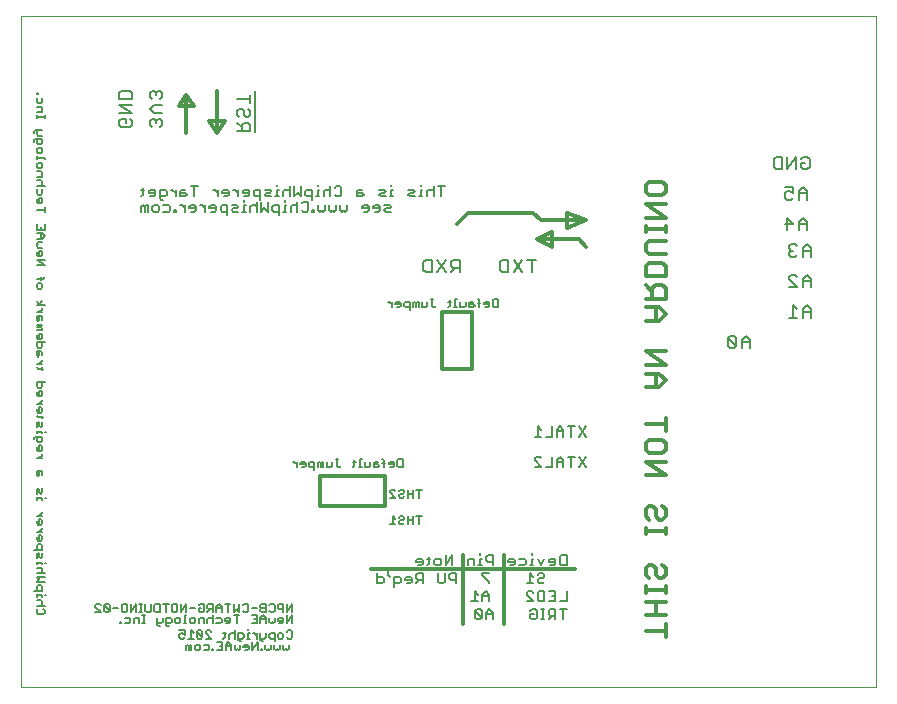
<source format=gbo>
G75*
%MOIN*%
%OFA0B0*%
%FSLAX25Y25*%
%IPPOS*%
%LPD*%
%AMOC8*
5,1,8,0,0,1.08239X$1,22.5*
%
%ADD10C,0.00000*%
%ADD11C,0.00800*%
%ADD12C,0.00600*%
%ADD13C,0.01200*%
%ADD14C,0.00500*%
%ADD15C,0.01300*%
D10*
X0002370Y0038506D02*
X0002370Y0262207D01*
X0287291Y0262207D01*
X0287291Y0038506D01*
X0002370Y0038506D01*
X0095370Y0038506D02*
X0139370Y0038506D01*
X0145370Y0038506D02*
X0189370Y0038506D01*
D11*
X0238552Y0151466D02*
X0239953Y0151466D01*
X0240654Y0152167D01*
X0237852Y0154969D01*
X0237852Y0152167D01*
X0238552Y0151466D01*
X0240654Y0152167D02*
X0240654Y0154969D01*
X0239953Y0155670D01*
X0238552Y0155670D01*
X0237852Y0154969D01*
X0242455Y0154269D02*
X0242455Y0151466D01*
X0242455Y0153568D02*
X0245258Y0153568D01*
X0245258Y0154269D02*
X0243857Y0155670D01*
X0242455Y0154269D01*
X0245258Y0154269D02*
X0245258Y0151466D01*
X0258172Y0161626D02*
X0260974Y0161626D01*
X0259573Y0161626D02*
X0259573Y0165830D01*
X0260974Y0164429D01*
X0262775Y0164429D02*
X0262775Y0161626D01*
X0262775Y0163728D02*
X0265578Y0163728D01*
X0265578Y0164429D02*
X0265578Y0161626D01*
X0265578Y0164429D02*
X0264177Y0165830D01*
X0262775Y0164429D01*
X0262775Y0171786D02*
X0262775Y0174589D01*
X0264177Y0175990D01*
X0265578Y0174589D01*
X0265578Y0171786D01*
X0265578Y0173888D02*
X0262775Y0173888D01*
X0260974Y0175289D02*
X0260273Y0175990D01*
X0258872Y0175990D01*
X0258172Y0175289D01*
X0258172Y0174589D01*
X0260974Y0171786D01*
X0258172Y0171786D01*
X0258872Y0181946D02*
X0260273Y0181946D01*
X0260974Y0182647D01*
X0262775Y0181946D02*
X0262775Y0184749D01*
X0264177Y0186150D01*
X0265578Y0184749D01*
X0265578Y0181946D01*
X0265578Y0184048D02*
X0262775Y0184048D01*
X0260974Y0185449D02*
X0260273Y0186150D01*
X0258872Y0186150D01*
X0258172Y0185449D01*
X0258172Y0184749D01*
X0258872Y0184048D01*
X0258172Y0183347D01*
X0258172Y0182647D01*
X0258872Y0181946D01*
X0258872Y0184048D02*
X0259573Y0184048D01*
X0261505Y0190836D02*
X0261505Y0193639D01*
X0262907Y0195040D01*
X0264308Y0193639D01*
X0264308Y0190836D01*
X0264308Y0192938D02*
X0261505Y0192938D01*
X0259704Y0192938D02*
X0256902Y0192938D01*
X0257602Y0190836D02*
X0257602Y0195040D01*
X0259704Y0192938D01*
X0259003Y0200996D02*
X0257602Y0200996D01*
X0256902Y0201697D01*
X0256902Y0203098D01*
X0257602Y0203799D01*
X0258303Y0203799D01*
X0259704Y0203098D01*
X0259704Y0205200D01*
X0256902Y0205200D01*
X0259704Y0201697D02*
X0259003Y0200996D01*
X0261505Y0200996D02*
X0261505Y0203799D01*
X0262907Y0205200D01*
X0264308Y0203799D01*
X0264308Y0200996D01*
X0264308Y0203098D02*
X0261505Y0203098D01*
X0260498Y0211156D02*
X0260498Y0215360D01*
X0257695Y0211156D01*
X0257695Y0215360D01*
X0255894Y0215360D02*
X0253792Y0215360D01*
X0253092Y0214659D01*
X0253092Y0211857D01*
X0253792Y0211156D01*
X0255894Y0211156D01*
X0255894Y0215360D01*
X0262299Y0214659D02*
X0263000Y0215360D01*
X0264401Y0215360D01*
X0265102Y0214659D01*
X0265102Y0211857D01*
X0264401Y0211156D01*
X0263000Y0211156D01*
X0262299Y0211857D01*
X0262299Y0213258D01*
X0263701Y0213258D01*
X0173820Y0180990D02*
X0171018Y0180990D01*
X0172419Y0180990D02*
X0172419Y0176786D01*
X0169216Y0176786D02*
X0166414Y0180990D01*
X0164612Y0180990D02*
X0162510Y0180990D01*
X0161810Y0180289D01*
X0161810Y0177487D01*
X0162510Y0176786D01*
X0164612Y0176786D01*
X0164612Y0180990D01*
X0166414Y0176786D02*
X0169216Y0180990D01*
X0148420Y0180990D02*
X0148420Y0176786D01*
X0148420Y0178187D02*
X0146318Y0178187D01*
X0145618Y0178888D01*
X0145618Y0180289D01*
X0146318Y0180990D01*
X0148420Y0180990D01*
X0147019Y0178187D02*
X0145618Y0176786D01*
X0143816Y0176786D02*
X0141014Y0180990D01*
X0139212Y0180990D02*
X0137110Y0180990D01*
X0136410Y0180289D01*
X0136410Y0177487D01*
X0137110Y0176786D01*
X0139212Y0176786D01*
X0139212Y0180990D01*
X0141014Y0176786D02*
X0143816Y0180990D01*
X0080170Y0223534D02*
X0080170Y0237346D01*
X0078574Y0235945D02*
X0078574Y0233142D01*
X0078574Y0234544D02*
X0074370Y0234544D01*
X0075071Y0231341D02*
X0074370Y0230640D01*
X0074370Y0229239D01*
X0075071Y0228538D01*
X0076472Y0229239D02*
X0076472Y0230640D01*
X0075771Y0231341D01*
X0075071Y0231341D01*
X0076472Y0229239D02*
X0077172Y0228538D01*
X0077873Y0228538D01*
X0078574Y0229239D01*
X0078574Y0230640D01*
X0077873Y0231341D01*
X0077873Y0226737D02*
X0076472Y0226737D01*
X0075771Y0226036D01*
X0075771Y0223934D01*
X0074370Y0223934D02*
X0078574Y0223934D01*
X0078574Y0226036D01*
X0077873Y0226737D01*
X0075771Y0225336D02*
X0074370Y0226737D01*
X0049364Y0227306D02*
X0049364Y0225905D01*
X0048663Y0225205D01*
X0047262Y0226606D02*
X0047262Y0227306D01*
X0046561Y0228007D01*
X0045861Y0228007D01*
X0045160Y0227306D01*
X0045160Y0225905D01*
X0045861Y0225205D01*
X0047262Y0227306D02*
X0047962Y0228007D01*
X0048663Y0228007D01*
X0049364Y0227306D01*
X0049364Y0229808D02*
X0046561Y0229808D01*
X0045160Y0231210D01*
X0046561Y0232611D01*
X0049364Y0232611D01*
X0048663Y0234412D02*
X0049364Y0235113D01*
X0049364Y0236514D01*
X0048663Y0237215D01*
X0047962Y0237215D01*
X0047262Y0236514D01*
X0046561Y0237215D01*
X0045861Y0237215D01*
X0045160Y0236514D01*
X0045160Y0235113D01*
X0045861Y0234412D01*
X0047262Y0235814D02*
X0047262Y0236514D01*
X0039204Y0236514D02*
X0039204Y0234412D01*
X0035000Y0234412D01*
X0035000Y0236514D01*
X0035701Y0237215D01*
X0038503Y0237215D01*
X0039204Y0236514D01*
X0039204Y0232611D02*
X0035000Y0232611D01*
X0039204Y0229808D01*
X0035000Y0229808D01*
X0035701Y0228007D02*
X0037102Y0228007D01*
X0037102Y0226606D01*
X0038503Y0228007D02*
X0039204Y0227306D01*
X0039204Y0225905D01*
X0038503Y0225205D01*
X0035701Y0225205D01*
X0035000Y0225905D01*
X0035000Y0227306D01*
X0035701Y0228007D01*
D12*
X0042814Y0204922D02*
X0042814Y0202653D01*
X0042247Y0202086D01*
X0042247Y0204355D02*
X0043381Y0204355D01*
X0044796Y0203788D02*
X0044796Y0203221D01*
X0047064Y0203221D01*
X0047064Y0203788D02*
X0047064Y0202653D01*
X0046497Y0202086D01*
X0045363Y0202086D01*
X0044796Y0203788D02*
X0045363Y0204355D01*
X0046497Y0204355D01*
X0047064Y0203788D01*
X0048479Y0204355D02*
X0048479Y0201519D01*
X0049046Y0200952D01*
X0049613Y0200952D01*
X0050180Y0202086D02*
X0048479Y0202086D01*
X0050180Y0202086D02*
X0050748Y0202653D01*
X0050748Y0203788D01*
X0050180Y0204355D01*
X0048479Y0204355D01*
X0052115Y0204355D02*
X0052683Y0204355D01*
X0053817Y0203221D01*
X0053817Y0204355D02*
X0053817Y0202086D01*
X0055231Y0202086D02*
X0055231Y0203788D01*
X0055799Y0204355D01*
X0056933Y0204355D01*
X0056933Y0203221D02*
X0055231Y0203221D01*
X0055231Y0202086D02*
X0056933Y0202086D01*
X0057500Y0202653D01*
X0056933Y0203221D01*
X0058915Y0205489D02*
X0061183Y0205489D01*
X0060049Y0205489D02*
X0060049Y0202086D01*
X0060024Y0199275D02*
X0058890Y0199275D01*
X0058323Y0198708D01*
X0058323Y0198141D01*
X0060591Y0198141D01*
X0060591Y0198708D02*
X0060591Y0197573D01*
X0060024Y0197006D01*
X0058890Y0197006D01*
X0056908Y0197006D02*
X0056908Y0199275D01*
X0055774Y0199275D02*
X0055207Y0199275D01*
X0055774Y0199275D02*
X0056908Y0198141D01*
X0053839Y0197573D02*
X0053272Y0197573D01*
X0053272Y0197006D01*
X0053839Y0197006D01*
X0053839Y0197573D01*
X0051997Y0197573D02*
X0051430Y0197006D01*
X0049729Y0197006D01*
X0048314Y0197573D02*
X0047747Y0197006D01*
X0046613Y0197006D01*
X0046045Y0197573D01*
X0046045Y0198708D01*
X0046613Y0199275D01*
X0047747Y0199275D01*
X0048314Y0198708D01*
X0048314Y0197573D01*
X0049729Y0199275D02*
X0051430Y0199275D01*
X0051997Y0198708D01*
X0051997Y0197573D01*
X0060024Y0199275D02*
X0060591Y0198708D01*
X0061959Y0199275D02*
X0062526Y0199275D01*
X0063660Y0198141D01*
X0063660Y0199275D02*
X0063660Y0197006D01*
X0065075Y0198141D02*
X0067344Y0198141D01*
X0067344Y0198708D02*
X0067344Y0197573D01*
X0066776Y0197006D01*
X0065642Y0197006D01*
X0065075Y0198141D02*
X0065075Y0198708D01*
X0065642Y0199275D01*
X0066776Y0199275D01*
X0067344Y0198708D01*
X0068758Y0198708D02*
X0068758Y0197573D01*
X0069325Y0197006D01*
X0071027Y0197006D01*
X0071027Y0195872D02*
X0071027Y0199275D01*
X0069325Y0199275D01*
X0068758Y0198708D01*
X0067936Y0202086D02*
X0067936Y0204355D01*
X0067936Y0203221D02*
X0066801Y0204355D01*
X0066234Y0204355D01*
X0069350Y0203788D02*
X0069350Y0203221D01*
X0071619Y0203221D01*
X0071619Y0203788D02*
X0071619Y0202653D01*
X0071052Y0202086D01*
X0069917Y0202086D01*
X0069350Y0203788D02*
X0069917Y0204355D01*
X0071052Y0204355D01*
X0071619Y0203788D01*
X0072987Y0204355D02*
X0073554Y0204355D01*
X0074688Y0203221D01*
X0074688Y0204355D02*
X0074688Y0202086D01*
X0076103Y0203221D02*
X0076103Y0203788D01*
X0076670Y0204355D01*
X0077804Y0204355D01*
X0078371Y0203788D01*
X0078371Y0202653D01*
X0077804Y0202086D01*
X0076670Y0202086D01*
X0076598Y0200976D02*
X0076598Y0200409D01*
X0076598Y0199275D02*
X0076598Y0197006D01*
X0077165Y0197006D02*
X0076031Y0197006D01*
X0074710Y0197006D02*
X0073008Y0197006D01*
X0072441Y0197573D01*
X0073008Y0198141D01*
X0074143Y0198141D01*
X0074710Y0198708D01*
X0074143Y0199275D01*
X0072441Y0199275D01*
X0076598Y0199275D02*
X0077165Y0199275D01*
X0078580Y0198708D02*
X0078580Y0197006D01*
X0078580Y0198708D02*
X0079147Y0199275D01*
X0080281Y0199275D01*
X0080848Y0198708D01*
X0080848Y0200409D02*
X0080848Y0197006D01*
X0082263Y0197006D02*
X0082263Y0200409D01*
X0082054Y0200952D02*
X0082054Y0204355D01*
X0080353Y0204355D01*
X0079786Y0203788D01*
X0079786Y0202653D01*
X0080353Y0202086D01*
X0082054Y0202086D01*
X0083469Y0202653D02*
X0084036Y0203221D01*
X0085170Y0203221D01*
X0085737Y0203788D01*
X0085170Y0204355D01*
X0083469Y0204355D01*
X0083469Y0202653D02*
X0084036Y0202086D01*
X0085737Y0202086D01*
X0087059Y0202086D02*
X0088193Y0202086D01*
X0087626Y0202086D02*
X0087626Y0204355D01*
X0088193Y0204355D01*
X0087626Y0205489D02*
X0087626Y0206056D01*
X0089607Y0203788D02*
X0089607Y0202086D01*
X0090103Y0200976D02*
X0090103Y0200409D01*
X0090103Y0199275D02*
X0090103Y0197006D01*
X0090670Y0197006D02*
X0089536Y0197006D01*
X0088215Y0197006D02*
X0086513Y0197006D01*
X0085946Y0197573D01*
X0085946Y0198708D01*
X0086513Y0199275D01*
X0088215Y0199275D01*
X0088215Y0195872D01*
X0084532Y0197006D02*
X0084532Y0200409D01*
X0083397Y0198141D02*
X0082263Y0197006D01*
X0083397Y0198141D02*
X0084532Y0197006D01*
X0090103Y0199275D02*
X0090670Y0199275D01*
X0092085Y0198708D02*
X0092085Y0197006D01*
X0092085Y0198708D02*
X0092652Y0199275D01*
X0093786Y0199275D01*
X0094353Y0198708D01*
X0094353Y0200409D02*
X0094353Y0197006D01*
X0095768Y0197573D02*
X0096335Y0197006D01*
X0097469Y0197006D01*
X0098036Y0197573D01*
X0098036Y0199842D01*
X0097469Y0200409D01*
X0096335Y0200409D01*
X0095768Y0199842D01*
X0095559Y0202086D02*
X0094425Y0203221D01*
X0093291Y0202086D01*
X0093291Y0205489D01*
X0091876Y0205489D02*
X0091876Y0202086D01*
X0091876Y0203788D02*
X0091309Y0204355D01*
X0090175Y0204355D01*
X0089607Y0203788D01*
X0095559Y0205489D02*
X0095559Y0202086D01*
X0096974Y0202653D02*
X0096974Y0203788D01*
X0097541Y0204355D01*
X0099242Y0204355D01*
X0099242Y0200952D01*
X0099242Y0202086D02*
X0097541Y0202086D01*
X0096974Y0202653D01*
X0100563Y0202086D02*
X0101698Y0202086D01*
X0101131Y0202086D02*
X0101131Y0204355D01*
X0101698Y0204355D01*
X0101131Y0205489D02*
X0101131Y0206056D01*
X0103112Y0203788D02*
X0103112Y0202086D01*
X0103112Y0203788D02*
X0103679Y0204355D01*
X0104814Y0204355D01*
X0105381Y0203788D01*
X0105381Y0205489D02*
X0105381Y0202086D01*
X0106795Y0202653D02*
X0107363Y0202086D01*
X0108497Y0202086D01*
X0109064Y0202653D01*
X0109064Y0204922D01*
X0108497Y0205489D01*
X0107363Y0205489D01*
X0106795Y0204922D01*
X0107244Y0199275D02*
X0107244Y0197573D01*
X0106677Y0197006D01*
X0106110Y0197573D01*
X0105543Y0197006D01*
X0104976Y0197573D01*
X0104976Y0199275D01*
X0103561Y0199275D02*
X0103561Y0197573D01*
X0102994Y0197006D01*
X0102427Y0197573D01*
X0101860Y0197006D01*
X0101293Y0197573D01*
X0101293Y0199275D01*
X0099878Y0197573D02*
X0099311Y0197573D01*
X0099311Y0197006D01*
X0099878Y0197006D01*
X0099878Y0197573D01*
X0108659Y0197573D02*
X0108659Y0199275D01*
X0108659Y0197573D02*
X0109226Y0197006D01*
X0109793Y0197573D01*
X0110360Y0197006D01*
X0110927Y0197573D01*
X0110927Y0199275D01*
X0114162Y0202086D02*
X0115863Y0202086D01*
X0116430Y0202653D01*
X0115863Y0203221D01*
X0114162Y0203221D01*
X0114162Y0203788D02*
X0114162Y0202086D01*
X0114162Y0203788D02*
X0114729Y0204355D01*
X0115863Y0204355D01*
X0116592Y0199275D02*
X0116025Y0198708D01*
X0116025Y0198141D01*
X0118294Y0198141D01*
X0118294Y0198708D02*
X0118294Y0197573D01*
X0117727Y0197006D01*
X0116592Y0197006D01*
X0116592Y0199275D02*
X0117727Y0199275D01*
X0118294Y0198708D01*
X0119708Y0198708D02*
X0119708Y0198141D01*
X0121977Y0198141D01*
X0121977Y0198708D02*
X0121977Y0197573D01*
X0121410Y0197006D01*
X0120275Y0197006D01*
X0119708Y0198708D02*
X0120275Y0199275D01*
X0121410Y0199275D01*
X0121977Y0198708D01*
X0123391Y0199275D02*
X0125093Y0199275D01*
X0125660Y0198708D01*
X0125093Y0198141D01*
X0123959Y0198141D01*
X0123391Y0197573D01*
X0123959Y0197006D01*
X0125660Y0197006D01*
X0125685Y0202086D02*
X0125685Y0204355D01*
X0126252Y0204355D01*
X0125685Y0205489D02*
X0125685Y0206056D01*
X0123797Y0203788D02*
X0123229Y0204355D01*
X0121528Y0204355D01*
X0122095Y0203221D02*
X0123229Y0203221D01*
X0123797Y0203788D01*
X0123797Y0202086D02*
X0122095Y0202086D01*
X0121528Y0202653D01*
X0122095Y0203221D01*
X0125118Y0202086D02*
X0126252Y0202086D01*
X0131350Y0202653D02*
X0131917Y0203221D01*
X0133051Y0203221D01*
X0133618Y0203788D01*
X0133051Y0204355D01*
X0131350Y0204355D01*
X0131350Y0202653D02*
X0131917Y0202086D01*
X0133618Y0202086D01*
X0134939Y0202086D02*
X0136074Y0202086D01*
X0135507Y0202086D02*
X0135507Y0204355D01*
X0136074Y0204355D01*
X0135507Y0205489D02*
X0135507Y0206056D01*
X0137488Y0203788D02*
X0137488Y0202086D01*
X0137488Y0203788D02*
X0138055Y0204355D01*
X0139190Y0204355D01*
X0139757Y0203788D01*
X0139757Y0205489D02*
X0139757Y0202086D01*
X0142306Y0202086D02*
X0142306Y0205489D01*
X0143440Y0205489D02*
X0141171Y0205489D01*
X0078371Y0203221D02*
X0076103Y0203221D01*
X0044631Y0199275D02*
X0044631Y0197006D01*
X0043497Y0197006D02*
X0043497Y0198708D01*
X0042929Y0199275D01*
X0042362Y0198708D01*
X0042362Y0197006D01*
X0043497Y0198708D02*
X0044064Y0199275D01*
X0044631Y0199275D01*
X0174563Y0125479D02*
X0174563Y0122076D01*
X0175697Y0122076D02*
X0173429Y0122076D01*
X0175697Y0124345D02*
X0174563Y0125479D01*
X0177112Y0122076D02*
X0179381Y0122076D01*
X0179381Y0125479D01*
X0180795Y0124345D02*
X0180795Y0122076D01*
X0180795Y0123778D02*
X0183064Y0123778D01*
X0183064Y0124345D02*
X0183064Y0122076D01*
X0183064Y0124345D02*
X0181929Y0125479D01*
X0180795Y0124345D01*
X0184478Y0125479D02*
X0186747Y0125479D01*
X0185613Y0125479D02*
X0185613Y0122076D01*
X0188161Y0122076D02*
X0190430Y0125479D01*
X0188161Y0125479D02*
X0190430Y0122076D01*
X0190430Y0115319D02*
X0188161Y0111916D01*
X0190430Y0111916D02*
X0188161Y0115319D01*
X0186747Y0115319D02*
X0184478Y0115319D01*
X0185613Y0115319D02*
X0185613Y0111916D01*
X0183064Y0111916D02*
X0183064Y0114185D01*
X0181929Y0115319D01*
X0180795Y0114185D01*
X0180795Y0111916D01*
X0179381Y0111916D02*
X0179381Y0115319D01*
X0180795Y0113618D02*
X0183064Y0113618D01*
X0179381Y0111916D02*
X0177112Y0111916D01*
X0175697Y0111916D02*
X0173429Y0114185D01*
X0173429Y0114752D01*
X0173996Y0115319D01*
X0175130Y0115319D01*
X0175697Y0114752D01*
X0175697Y0111916D02*
X0173429Y0111916D01*
X0172463Y0083086D02*
X0172463Y0082519D01*
X0172463Y0081385D02*
X0172463Y0079116D01*
X0171896Y0079116D02*
X0173031Y0079116D01*
X0173031Y0081385D02*
X0172463Y0081385D01*
X0170575Y0080818D02*
X0170575Y0079683D01*
X0170008Y0079116D01*
X0168307Y0079116D01*
X0166892Y0079683D02*
X0166325Y0079116D01*
X0165191Y0079116D01*
X0164623Y0080251D02*
X0166892Y0080251D01*
X0166892Y0080818D02*
X0166325Y0081385D01*
X0165191Y0081385D01*
X0164623Y0080818D01*
X0164623Y0080251D01*
X0166892Y0080818D02*
X0166892Y0079683D01*
X0168307Y0081385D02*
X0170008Y0081385D01*
X0170575Y0080818D01*
X0174445Y0081385D02*
X0175579Y0079116D01*
X0176714Y0081385D01*
X0178128Y0080818D02*
X0178128Y0080251D01*
X0180397Y0080251D01*
X0180397Y0080818D02*
X0179830Y0081385D01*
X0178695Y0081385D01*
X0178128Y0080818D01*
X0178695Y0079116D02*
X0179830Y0079116D01*
X0180397Y0079683D01*
X0180397Y0080818D01*
X0181811Y0081952D02*
X0182379Y0082519D01*
X0184080Y0082519D01*
X0184080Y0079116D01*
X0182379Y0079116D01*
X0181811Y0079683D01*
X0181811Y0081952D01*
X0176147Y0076519D02*
X0176714Y0075952D01*
X0176714Y0075385D01*
X0176147Y0074818D01*
X0175012Y0074818D01*
X0174445Y0074251D01*
X0174445Y0073683D01*
X0175012Y0073116D01*
X0176147Y0073116D01*
X0176714Y0073683D01*
X0176147Y0076519D02*
X0175012Y0076519D01*
X0174445Y0075952D01*
X0173031Y0075385D02*
X0171896Y0076519D01*
X0171896Y0073116D01*
X0170762Y0073116D02*
X0173031Y0073116D01*
X0172463Y0070519D02*
X0171329Y0070519D01*
X0170762Y0069952D01*
X0170762Y0069385D01*
X0173031Y0067116D01*
X0170762Y0067116D01*
X0172557Y0064519D02*
X0173691Y0064519D01*
X0174258Y0063952D01*
X0174258Y0061683D01*
X0173691Y0061116D01*
X0172557Y0061116D01*
X0171990Y0061683D01*
X0171990Y0062818D01*
X0173124Y0062818D01*
X0171990Y0063952D02*
X0172557Y0064519D01*
X0175579Y0064519D02*
X0176714Y0064519D01*
X0176147Y0064519D02*
X0176147Y0061116D01*
X0176714Y0061116D02*
X0175579Y0061116D01*
X0178128Y0061116D02*
X0179263Y0062251D01*
X0178695Y0062251D02*
X0180397Y0062251D01*
X0180397Y0061116D02*
X0180397Y0064519D01*
X0178695Y0064519D01*
X0178128Y0063952D01*
X0178128Y0062818D01*
X0178695Y0062251D01*
X0181811Y0064519D02*
X0184080Y0064519D01*
X0182946Y0064519D02*
X0182946Y0061116D01*
X0184080Y0067116D02*
X0181811Y0067116D01*
X0180397Y0067116D02*
X0180397Y0070519D01*
X0178128Y0070519D01*
X0176714Y0070519D02*
X0176714Y0067116D01*
X0175012Y0067116D01*
X0174445Y0067683D01*
X0174445Y0069952D01*
X0175012Y0070519D01*
X0176714Y0070519D01*
X0179263Y0068818D02*
X0180397Y0068818D01*
X0180397Y0067116D02*
X0178128Y0067116D01*
X0173031Y0069952D02*
X0172463Y0070519D01*
X0184080Y0070519D02*
X0184080Y0067116D01*
X0159526Y0063385D02*
X0158391Y0064519D01*
X0157257Y0063385D01*
X0157257Y0061116D01*
X0155843Y0061683D02*
X0153574Y0063952D01*
X0153574Y0061683D01*
X0154141Y0061116D01*
X0155275Y0061116D01*
X0155843Y0061683D01*
X0155843Y0063952D01*
X0155275Y0064519D01*
X0154141Y0064519D01*
X0153574Y0063952D01*
X0153481Y0067116D02*
X0153481Y0070519D01*
X0154615Y0069385D01*
X0156029Y0069385D02*
X0156029Y0067116D01*
X0154615Y0067116D02*
X0152346Y0067116D01*
X0156029Y0068818D02*
X0158298Y0068818D01*
X0158298Y0069385D02*
X0157164Y0070519D01*
X0156029Y0069385D01*
X0158298Y0069385D02*
X0158298Y0067116D01*
X0159526Y0063385D02*
X0159526Y0061116D01*
X0159526Y0062818D02*
X0157257Y0062818D01*
X0158298Y0073116D02*
X0158298Y0073683D01*
X0156029Y0075952D01*
X0156029Y0076519D01*
X0158298Y0076519D01*
X0159526Y0079116D02*
X0159526Y0082519D01*
X0157824Y0082519D01*
X0157257Y0081952D01*
X0157257Y0080818D01*
X0157824Y0080251D01*
X0159526Y0080251D01*
X0155843Y0081385D02*
X0155275Y0081385D01*
X0155275Y0079116D01*
X0154708Y0079116D02*
X0155843Y0079116D01*
X0153387Y0079116D02*
X0153387Y0081385D01*
X0151686Y0081385D01*
X0151119Y0080818D01*
X0151119Y0079116D01*
X0147249Y0076519D02*
X0147249Y0073116D01*
X0147249Y0074251D02*
X0145547Y0074251D01*
X0144980Y0074818D01*
X0144980Y0075952D01*
X0145547Y0076519D01*
X0147249Y0076519D01*
X0146021Y0079116D02*
X0146021Y0082519D01*
X0143752Y0079116D01*
X0143752Y0082519D01*
X0142338Y0080818D02*
X0142338Y0079683D01*
X0141771Y0079116D01*
X0140636Y0079116D01*
X0140069Y0079683D01*
X0140069Y0080818D01*
X0140636Y0081385D01*
X0141771Y0081385D01*
X0142338Y0080818D01*
X0138655Y0081385D02*
X0137520Y0081385D01*
X0138087Y0081952D02*
X0138087Y0079683D01*
X0137520Y0079116D01*
X0136199Y0079683D02*
X0135632Y0079116D01*
X0134498Y0079116D01*
X0133931Y0080251D02*
X0136199Y0080251D01*
X0136199Y0080818D02*
X0135632Y0081385D01*
X0134498Y0081385D01*
X0133931Y0080818D01*
X0133931Y0080251D01*
X0136199Y0080818D02*
X0136199Y0079683D01*
X0136199Y0076519D02*
X0134498Y0076519D01*
X0133931Y0075952D01*
X0133931Y0074818D01*
X0134498Y0074251D01*
X0136199Y0074251D01*
X0135065Y0074251D02*
X0133931Y0073116D01*
X0132516Y0073683D02*
X0132516Y0074818D01*
X0131949Y0075385D01*
X0130815Y0075385D01*
X0130247Y0074818D01*
X0130247Y0074251D01*
X0132516Y0074251D01*
X0132516Y0073683D02*
X0131949Y0073116D01*
X0130815Y0073116D01*
X0128833Y0073683D02*
X0128833Y0074818D01*
X0128266Y0075385D01*
X0126564Y0075385D01*
X0126564Y0071982D01*
X0126564Y0073116D02*
X0128266Y0073116D01*
X0128833Y0073683D01*
X0125150Y0075385D02*
X0124583Y0075952D01*
X0124583Y0077086D01*
X0122741Y0075385D02*
X0121040Y0075385D01*
X0121040Y0076519D02*
X0121040Y0073116D01*
X0122741Y0073116D01*
X0123308Y0073683D01*
X0123308Y0074818D01*
X0122741Y0075385D01*
X0136199Y0076519D02*
X0136199Y0073116D01*
X0141297Y0073683D02*
X0141297Y0076519D01*
X0143565Y0076519D02*
X0143565Y0073683D01*
X0142998Y0073116D01*
X0141864Y0073116D01*
X0141297Y0073683D01*
X0155275Y0082519D02*
X0155275Y0083086D01*
D13*
X0149470Y0082716D02*
X0149470Y0059546D01*
X0163170Y0059546D02*
X0163170Y0082446D01*
X0186880Y0077786D02*
X0119060Y0077786D01*
X0123420Y0098916D02*
X0101830Y0098916D01*
X0101830Y0109076D01*
X0123420Y0109076D01*
X0123420Y0098916D01*
X0142470Y0144636D02*
X0152630Y0144636D01*
X0152630Y0163686D01*
X0142470Y0163686D01*
X0142470Y0144636D01*
X0174220Y0187816D02*
X0179300Y0185276D01*
X0179300Y0190356D01*
X0174220Y0187816D01*
X0188190Y0187816D01*
X0190730Y0185276D01*
X0190730Y0194166D02*
X0184380Y0191626D01*
X0184380Y0196706D01*
X0190730Y0194166D01*
X0175490Y0194166D01*
X0172950Y0196706D01*
X0151360Y0196706D01*
X0147550Y0192896D01*
X0070080Y0227186D02*
X0065000Y0227186D01*
X0067540Y0223376D01*
X0070080Y0227186D01*
X0067540Y0223376D02*
X0067540Y0237346D01*
X0059920Y0232266D02*
X0057380Y0236076D01*
X0054840Y0232266D01*
X0059920Y0232266D01*
X0057380Y0236076D02*
X0057380Y0223376D01*
D14*
X0010142Y0228266D02*
X0010142Y0229166D01*
X0010142Y0228716D02*
X0007440Y0228716D01*
X0007440Y0228266D02*
X0007440Y0229166D01*
X0007440Y0230230D02*
X0009242Y0230230D01*
X0009242Y0231581D01*
X0008791Y0232031D01*
X0007440Y0232031D01*
X0007890Y0233176D02*
X0007440Y0233627D01*
X0007440Y0234978D01*
X0007440Y0236123D02*
X0007440Y0236573D01*
X0007890Y0236573D01*
X0007890Y0236123D01*
X0007440Y0236123D01*
X0009242Y0234978D02*
X0009242Y0233627D01*
X0008791Y0233176D01*
X0007890Y0233176D01*
X0007440Y0224174D02*
X0007440Y0222823D01*
X0007890Y0222373D01*
X0009242Y0222373D01*
X0009242Y0221228D02*
X0006990Y0221228D01*
X0006539Y0220777D01*
X0006539Y0220327D01*
X0007440Y0219876D02*
X0007440Y0221228D01*
X0007440Y0219876D02*
X0007890Y0219426D01*
X0008791Y0219426D01*
X0009242Y0219876D01*
X0009242Y0221228D01*
X0009242Y0224174D02*
X0006990Y0224174D01*
X0006539Y0223724D01*
X0006539Y0223273D01*
X0007890Y0218281D02*
X0008791Y0218281D01*
X0009242Y0217831D01*
X0009242Y0216930D01*
X0008791Y0216480D01*
X0007890Y0216480D01*
X0007440Y0216930D01*
X0007440Y0217831D01*
X0007890Y0218281D01*
X0007440Y0215416D02*
X0007440Y0214515D01*
X0007440Y0214966D02*
X0010142Y0214966D01*
X0010142Y0214515D01*
X0008791Y0213370D02*
X0009242Y0212920D01*
X0009242Y0212019D01*
X0008791Y0211569D01*
X0007890Y0211569D01*
X0007440Y0212019D01*
X0007440Y0212920D01*
X0007890Y0213370D01*
X0008791Y0213370D01*
X0008791Y0210424D02*
X0007440Y0210424D01*
X0008791Y0210424D02*
X0009242Y0209973D01*
X0009242Y0208622D01*
X0007440Y0208622D01*
X0007440Y0207477D02*
X0008791Y0207477D01*
X0009242Y0207027D01*
X0009242Y0206126D01*
X0008791Y0205676D01*
X0009242Y0204531D02*
X0009242Y0203180D01*
X0008791Y0202729D01*
X0007890Y0202729D01*
X0007440Y0203180D01*
X0007440Y0204531D01*
X0007440Y0205676D02*
X0010142Y0205676D01*
X0008791Y0201584D02*
X0008341Y0201584D01*
X0008341Y0199783D01*
X0008791Y0199783D02*
X0009242Y0200233D01*
X0009242Y0201134D01*
X0008791Y0201584D01*
X0007440Y0201134D02*
X0007440Y0200233D01*
X0007890Y0199783D01*
X0008791Y0199783D01*
X0010142Y0198638D02*
X0010142Y0196836D01*
X0010142Y0197737D02*
X0007440Y0197737D01*
X0007440Y0192745D02*
X0007440Y0190943D01*
X0010142Y0190943D01*
X0010142Y0192745D01*
X0008791Y0191844D02*
X0008791Y0190943D01*
X0008791Y0189798D02*
X0008791Y0187997D01*
X0009242Y0187997D02*
X0007440Y0187997D01*
X0007890Y0186852D02*
X0009242Y0186852D01*
X0009242Y0187997D02*
X0010142Y0188897D01*
X0009242Y0189798D01*
X0007440Y0189798D01*
X0007890Y0186852D02*
X0007440Y0186401D01*
X0007890Y0185951D01*
X0007440Y0185500D01*
X0007890Y0185050D01*
X0009242Y0185050D01*
X0008791Y0183905D02*
X0008341Y0183905D01*
X0008341Y0182103D01*
X0008791Y0182103D02*
X0009242Y0182554D01*
X0009242Y0183455D01*
X0008791Y0183905D01*
X0007440Y0183455D02*
X0007440Y0182554D01*
X0007890Y0182103D01*
X0008791Y0182103D01*
X0007440Y0180959D02*
X0010142Y0180959D01*
X0010142Y0179157D02*
X0007440Y0179157D01*
X0007440Y0180959D02*
X0010142Y0179157D01*
X0010142Y0175147D02*
X0009692Y0174696D01*
X0007440Y0174696D01*
X0008791Y0174246D02*
X0008791Y0175147D01*
X0008791Y0173101D02*
X0009242Y0172651D01*
X0009242Y0171750D01*
X0008791Y0171300D01*
X0007890Y0171300D01*
X0007440Y0171750D01*
X0007440Y0172651D01*
X0007890Y0173101D01*
X0008791Y0173101D01*
X0009242Y0167249D02*
X0008341Y0165898D01*
X0007440Y0167249D01*
X0007440Y0165898D02*
X0010142Y0165898D01*
X0009242Y0164793D02*
X0009242Y0164343D01*
X0008341Y0163442D01*
X0007440Y0163442D02*
X0009242Y0163442D01*
X0008791Y0162297D02*
X0009242Y0161847D01*
X0009242Y0160946D01*
X0008341Y0160946D02*
X0008341Y0162297D01*
X0008791Y0162297D02*
X0007440Y0162297D01*
X0007440Y0160946D01*
X0007890Y0160496D01*
X0008341Y0160946D01*
X0008791Y0159351D02*
X0007440Y0159351D01*
X0007440Y0158450D02*
X0008791Y0158450D01*
X0009242Y0158900D01*
X0008791Y0159351D01*
X0008791Y0158450D02*
X0009242Y0158000D01*
X0009242Y0157549D01*
X0007440Y0157549D01*
X0008341Y0156404D02*
X0008341Y0154603D01*
X0008791Y0154603D02*
X0009242Y0155053D01*
X0009242Y0155954D01*
X0008791Y0156404D01*
X0008341Y0156404D01*
X0007440Y0155954D02*
X0007440Y0155053D01*
X0007890Y0154603D01*
X0008791Y0154603D01*
X0009242Y0153458D02*
X0009242Y0152107D01*
X0008791Y0151656D01*
X0007890Y0151656D01*
X0007440Y0152107D01*
X0007440Y0153458D01*
X0010142Y0153458D01*
X0008791Y0150511D02*
X0007440Y0150511D01*
X0007440Y0149160D01*
X0007890Y0148710D01*
X0008341Y0149160D01*
X0008341Y0150511D01*
X0008791Y0150511D02*
X0009242Y0150061D01*
X0009242Y0149160D01*
X0009242Y0147605D02*
X0009242Y0147155D01*
X0008341Y0146254D01*
X0007440Y0146254D02*
X0009242Y0146254D01*
X0009242Y0145191D02*
X0009242Y0144290D01*
X0009692Y0144740D02*
X0007890Y0144740D01*
X0007440Y0145191D01*
X0007440Y0140198D02*
X0007440Y0138847D01*
X0007890Y0138397D01*
X0008791Y0138397D01*
X0009242Y0138847D01*
X0009242Y0140198D01*
X0010142Y0140198D02*
X0007440Y0140198D01*
X0008341Y0137252D02*
X0008341Y0135450D01*
X0008791Y0135450D02*
X0009242Y0135901D01*
X0009242Y0136801D01*
X0008791Y0137252D01*
X0008341Y0137252D01*
X0007440Y0136801D02*
X0007440Y0135901D01*
X0007890Y0135450D01*
X0008791Y0135450D01*
X0009242Y0134346D02*
X0009242Y0133896D01*
X0008341Y0132995D01*
X0007440Y0132995D02*
X0009242Y0132995D01*
X0008791Y0131850D02*
X0008341Y0131850D01*
X0008341Y0130048D01*
X0008791Y0130048D02*
X0009242Y0130499D01*
X0009242Y0131400D01*
X0008791Y0131850D01*
X0007440Y0131400D02*
X0007440Y0130499D01*
X0007890Y0130048D01*
X0008791Y0130048D01*
X0009242Y0128985D02*
X0009242Y0128084D01*
X0009692Y0128534D02*
X0007890Y0128534D01*
X0007440Y0128985D01*
X0007890Y0126939D02*
X0008341Y0126489D01*
X0008341Y0125588D01*
X0008791Y0125137D01*
X0009242Y0125588D01*
X0009242Y0126939D01*
X0007890Y0126939D02*
X0007440Y0126489D01*
X0007440Y0125137D01*
X0007440Y0124074D02*
X0007440Y0123173D01*
X0007440Y0123624D02*
X0009242Y0123624D01*
X0009242Y0123173D01*
X0010142Y0123624D02*
X0010593Y0123624D01*
X0009242Y0122028D02*
X0009242Y0120677D01*
X0008791Y0120227D01*
X0007890Y0120227D01*
X0007440Y0120677D01*
X0007440Y0122028D01*
X0006990Y0122028D02*
X0009242Y0122028D01*
X0006990Y0122028D02*
X0006539Y0121578D01*
X0006539Y0121127D01*
X0007440Y0118631D02*
X0007440Y0117730D01*
X0007890Y0117280D01*
X0008791Y0117280D01*
X0009242Y0117730D01*
X0009242Y0118631D01*
X0008791Y0119082D01*
X0008341Y0119082D01*
X0008341Y0117280D01*
X0009242Y0116176D02*
X0009242Y0115725D01*
X0008341Y0114825D01*
X0007440Y0114825D02*
X0009242Y0114825D01*
X0008791Y0110733D02*
X0007440Y0110733D01*
X0007440Y0109382D01*
X0007890Y0108932D01*
X0008341Y0109382D01*
X0008341Y0110733D01*
X0008791Y0110733D02*
X0009242Y0110283D01*
X0009242Y0109382D01*
X0009242Y0104840D02*
X0009242Y0103489D01*
X0008791Y0103039D01*
X0008341Y0103489D01*
X0008341Y0104390D01*
X0007890Y0104840D01*
X0007440Y0104390D01*
X0007440Y0103039D01*
X0007440Y0101975D02*
X0007440Y0101074D01*
X0007440Y0101525D02*
X0009242Y0101525D01*
X0009242Y0101074D01*
X0010142Y0101525D02*
X0010593Y0101525D01*
X0009242Y0097023D02*
X0009242Y0096573D01*
X0008341Y0095672D01*
X0007440Y0095672D02*
X0009242Y0095672D01*
X0008791Y0094527D02*
X0008341Y0094527D01*
X0008341Y0092726D01*
X0008791Y0092726D02*
X0009242Y0093176D01*
X0009242Y0094077D01*
X0008791Y0094527D01*
X0007440Y0094077D02*
X0007440Y0093176D01*
X0007890Y0092726D01*
X0008791Y0092726D01*
X0009242Y0091622D02*
X0009242Y0091171D01*
X0008341Y0090270D01*
X0007440Y0090270D02*
X0009242Y0090270D01*
X0008791Y0089125D02*
X0008341Y0089125D01*
X0008341Y0087324D01*
X0008791Y0087324D02*
X0009242Y0087774D01*
X0009242Y0088675D01*
X0008791Y0089125D01*
X0007440Y0088675D02*
X0007440Y0087774D01*
X0007890Y0087324D01*
X0008791Y0087324D01*
X0008791Y0086179D02*
X0007890Y0086179D01*
X0007440Y0085728D01*
X0007440Y0084377D01*
X0006539Y0084377D02*
X0009242Y0084377D01*
X0009242Y0085728D01*
X0008791Y0086179D01*
X0009242Y0083232D02*
X0009242Y0081881D01*
X0008791Y0081431D01*
X0008341Y0081881D01*
X0008341Y0082782D01*
X0007890Y0083232D01*
X0007440Y0082782D01*
X0007440Y0081431D01*
X0007440Y0080367D02*
X0007440Y0079466D01*
X0007440Y0079917D02*
X0009242Y0079917D01*
X0009242Y0079466D01*
X0010142Y0079917D02*
X0010593Y0079917D01*
X0008791Y0078322D02*
X0007440Y0078322D01*
X0008791Y0078322D02*
X0009242Y0077871D01*
X0009242Y0076970D01*
X0008791Y0076520D01*
X0010142Y0076520D02*
X0007440Y0076520D01*
X0007440Y0075375D02*
X0010142Y0075375D01*
X0010142Y0073573D02*
X0007440Y0073573D01*
X0008341Y0074474D01*
X0007440Y0075375D01*
X0007890Y0072428D02*
X0007440Y0071978D01*
X0007440Y0070627D01*
X0006539Y0070627D02*
X0009242Y0070627D01*
X0009242Y0071978D01*
X0008791Y0072428D01*
X0007890Y0072428D01*
X0007440Y0069563D02*
X0007440Y0068663D01*
X0007440Y0069113D02*
X0009242Y0069113D01*
X0009242Y0068663D01*
X0010142Y0069113D02*
X0010593Y0069113D01*
X0008791Y0067518D02*
X0007440Y0067518D01*
X0008791Y0067518D02*
X0009242Y0067067D01*
X0009242Y0066166D01*
X0008791Y0065716D01*
X0010142Y0065716D02*
X0007440Y0065716D01*
X0007890Y0064571D02*
X0007440Y0064121D01*
X0007440Y0063220D01*
X0007890Y0062770D01*
X0009692Y0062770D01*
X0010142Y0063220D01*
X0010142Y0064121D01*
X0009692Y0064571D01*
X0027047Y0065408D02*
X0027047Y0065858D01*
X0027498Y0066309D01*
X0028398Y0066309D01*
X0028849Y0065858D01*
X0029994Y0065858D02*
X0031795Y0064057D01*
X0031345Y0063606D01*
X0030444Y0063606D01*
X0029994Y0064057D01*
X0029994Y0065858D01*
X0030444Y0066309D01*
X0031345Y0066309D01*
X0031795Y0065858D01*
X0031795Y0064057D01*
X0032940Y0064957D02*
X0034742Y0064957D01*
X0035887Y0064057D02*
X0035887Y0065858D01*
X0036337Y0066309D01*
X0037238Y0066309D01*
X0037688Y0065858D01*
X0037688Y0064057D01*
X0037238Y0063606D01*
X0036337Y0063606D01*
X0035887Y0064057D01*
X0036869Y0061598D02*
X0038220Y0061598D01*
X0038671Y0061147D01*
X0038671Y0060247D01*
X0038220Y0059796D01*
X0036869Y0059796D01*
X0035724Y0059796D02*
X0035274Y0059796D01*
X0035274Y0060247D01*
X0035724Y0060247D01*
X0035724Y0059796D01*
X0039815Y0059796D02*
X0039815Y0061147D01*
X0040266Y0061598D01*
X0041617Y0061598D01*
X0041617Y0059796D01*
X0042681Y0059796D02*
X0043581Y0059796D01*
X0043131Y0059796D02*
X0043131Y0062499D01*
X0043581Y0062499D02*
X0042681Y0062499D01*
X0042599Y0063606D02*
X0041698Y0063606D01*
X0042149Y0063606D02*
X0042149Y0066309D01*
X0042599Y0066309D02*
X0041698Y0066309D01*
X0040635Y0066309D02*
X0038833Y0063606D01*
X0038833Y0066309D01*
X0040635Y0066309D02*
X0040635Y0063606D01*
X0043744Y0064057D02*
X0043744Y0066309D01*
X0045546Y0066309D02*
X0045546Y0064057D01*
X0045095Y0063606D01*
X0044195Y0063606D01*
X0043744Y0064057D01*
X0046691Y0064057D02*
X0046691Y0065858D01*
X0047141Y0066309D01*
X0048492Y0066309D01*
X0048492Y0063606D01*
X0047141Y0063606D01*
X0046691Y0064057D01*
X0047673Y0061598D02*
X0047673Y0059346D01*
X0048123Y0058896D01*
X0048574Y0058896D01*
X0049024Y0059796D02*
X0047673Y0059796D01*
X0049024Y0059796D02*
X0049474Y0060247D01*
X0049474Y0061598D01*
X0050619Y0061598D02*
X0051971Y0061598D01*
X0052421Y0061147D01*
X0052421Y0060247D01*
X0051971Y0059796D01*
X0050619Y0059796D01*
X0050619Y0059346D02*
X0050619Y0061598D01*
X0050538Y0063606D02*
X0050538Y0066309D01*
X0051439Y0066309D02*
X0049637Y0066309D01*
X0052584Y0065858D02*
X0053034Y0066309D01*
X0053935Y0066309D01*
X0054385Y0065858D01*
X0054385Y0064057D01*
X0053935Y0063606D01*
X0053034Y0063606D01*
X0052584Y0064057D01*
X0052584Y0065858D01*
X0055530Y0066309D02*
X0055530Y0063606D01*
X0057332Y0066309D01*
X0057332Y0063606D01*
X0057332Y0062499D02*
X0056881Y0062499D01*
X0056881Y0059796D01*
X0056431Y0059796D02*
X0057332Y0059796D01*
X0058477Y0060247D02*
X0058477Y0061147D01*
X0058927Y0061598D01*
X0059828Y0061598D01*
X0060278Y0061147D01*
X0060278Y0060247D01*
X0059828Y0059796D01*
X0058927Y0059796D01*
X0058477Y0060247D01*
X0058886Y0057419D02*
X0058886Y0054716D01*
X0057986Y0054716D02*
X0059787Y0054716D01*
X0060932Y0055167D02*
X0060932Y0056968D01*
X0062734Y0055167D01*
X0062283Y0054716D01*
X0061383Y0054716D01*
X0060932Y0055167D01*
X0059787Y0056518D02*
X0058886Y0057419D01*
X0056841Y0057419D02*
X0056841Y0056067D01*
X0055940Y0056518D01*
X0055490Y0056518D01*
X0055039Y0056067D01*
X0055039Y0055167D01*
X0055490Y0054716D01*
X0056390Y0054716D01*
X0056841Y0055167D01*
X0056841Y0057419D02*
X0055039Y0057419D01*
X0054917Y0059796D02*
X0054016Y0059796D01*
X0053566Y0060247D01*
X0053566Y0061147D01*
X0054016Y0061598D01*
X0054917Y0061598D01*
X0055367Y0061147D01*
X0055367Y0060247D01*
X0054917Y0059796D01*
X0051520Y0058896D02*
X0051070Y0058896D01*
X0050619Y0059346D01*
X0058477Y0064957D02*
X0060278Y0064957D01*
X0061423Y0064957D02*
X0062324Y0064957D01*
X0061423Y0064957D02*
X0061423Y0064057D01*
X0061874Y0063606D01*
X0062774Y0063606D01*
X0063225Y0064057D01*
X0063225Y0065858D01*
X0062774Y0066309D01*
X0061874Y0066309D01*
X0061423Y0065858D01*
X0064370Y0065858D02*
X0064820Y0066309D01*
X0066171Y0066309D01*
X0066171Y0063606D01*
X0066171Y0064507D02*
X0064820Y0064507D01*
X0064370Y0064957D01*
X0064370Y0065858D01*
X0065271Y0064507D02*
X0064370Y0063606D01*
X0064820Y0061598D02*
X0064370Y0061147D01*
X0064370Y0059796D01*
X0063225Y0059796D02*
X0063225Y0061598D01*
X0061874Y0061598D01*
X0061423Y0061147D01*
X0061423Y0059796D01*
X0061383Y0057419D02*
X0060932Y0056968D01*
X0061383Y0057419D02*
X0062283Y0057419D01*
X0062734Y0056968D01*
X0062734Y0055167D01*
X0063879Y0054716D02*
X0065680Y0054716D01*
X0063879Y0056518D01*
X0063879Y0056968D01*
X0064329Y0057419D01*
X0065230Y0057419D01*
X0065680Y0056968D01*
X0066171Y0059796D02*
X0066171Y0062499D01*
X0065721Y0061598D02*
X0064820Y0061598D01*
X0065721Y0061598D02*
X0066171Y0061147D01*
X0067316Y0061598D02*
X0068667Y0061598D01*
X0069118Y0061147D01*
X0069118Y0060247D01*
X0068667Y0059796D01*
X0067316Y0059796D01*
X0070263Y0060697D02*
X0070263Y0061147D01*
X0070713Y0061598D01*
X0071614Y0061598D01*
X0072064Y0061147D01*
X0072064Y0060247D01*
X0071614Y0059796D01*
X0070713Y0059796D01*
X0070263Y0060697D02*
X0072064Y0060697D01*
X0073209Y0062499D02*
X0075011Y0062499D01*
X0074110Y0062499D02*
X0074110Y0059796D01*
X0073538Y0057419D02*
X0073538Y0054716D01*
X0074683Y0054716D02*
X0076034Y0054716D01*
X0076484Y0055167D01*
X0076484Y0056067D01*
X0076034Y0056518D01*
X0074683Y0056518D01*
X0074683Y0054266D01*
X0075133Y0053816D01*
X0075583Y0053816D01*
X0075214Y0052708D02*
X0075214Y0051357D01*
X0074764Y0050906D01*
X0074313Y0051357D01*
X0073863Y0050906D01*
X0073413Y0051357D01*
X0073413Y0052708D01*
X0072268Y0052708D02*
X0071367Y0053609D01*
X0070466Y0052708D01*
X0070466Y0050906D01*
X0069321Y0050906D02*
X0067520Y0050906D01*
X0066375Y0050906D02*
X0065924Y0050906D01*
X0065924Y0051357D01*
X0066375Y0051357D01*
X0066375Y0050906D01*
X0064901Y0051357D02*
X0064451Y0050906D01*
X0063100Y0050906D01*
X0061955Y0051357D02*
X0061504Y0050906D01*
X0060604Y0050906D01*
X0060153Y0051357D01*
X0060153Y0052257D01*
X0060604Y0052708D01*
X0061504Y0052708D01*
X0061955Y0052257D01*
X0061955Y0051357D01*
X0063100Y0052708D02*
X0064451Y0052708D01*
X0064901Y0052257D01*
X0064901Y0051357D01*
X0067520Y0053609D02*
X0069321Y0053609D01*
X0069321Y0050906D01*
X0069321Y0052257D02*
X0068420Y0052257D01*
X0070466Y0052257D02*
X0072268Y0052257D01*
X0072268Y0052708D02*
X0072268Y0050906D01*
X0071736Y0054716D02*
X0071736Y0056067D01*
X0072187Y0056518D01*
X0073087Y0056518D01*
X0073538Y0056067D01*
X0070591Y0056518D02*
X0069690Y0056518D01*
X0070141Y0056968D02*
X0070141Y0055167D01*
X0069690Y0054716D01*
X0076359Y0052257D02*
X0076359Y0051807D01*
X0078161Y0051807D01*
X0078161Y0051357D02*
X0078161Y0052257D01*
X0077710Y0052708D01*
X0076810Y0052708D01*
X0076359Y0052257D01*
X0076810Y0050906D02*
X0077710Y0050906D01*
X0078161Y0051357D01*
X0079306Y0050906D02*
X0079306Y0053609D01*
X0078449Y0054716D02*
X0077548Y0054716D01*
X0077998Y0054716D02*
X0077998Y0056518D01*
X0078449Y0056518D01*
X0077998Y0057419D02*
X0077998Y0057869D01*
X0079553Y0056518D02*
X0080003Y0056518D01*
X0080904Y0055617D01*
X0080904Y0054716D02*
X0080904Y0056518D01*
X0082049Y0056518D02*
X0082049Y0054266D01*
X0082499Y0053816D01*
X0082950Y0053816D01*
X0083400Y0054716D02*
X0082049Y0054716D01*
X0083400Y0054716D02*
X0083850Y0055167D01*
X0083850Y0056518D01*
X0084995Y0056067D02*
X0084995Y0055167D01*
X0085446Y0054716D01*
X0086797Y0054716D01*
X0086797Y0053816D02*
X0086797Y0056518D01*
X0085446Y0056518D01*
X0084995Y0056067D01*
X0087942Y0056067D02*
X0087942Y0055167D01*
X0088392Y0054716D01*
X0089293Y0054716D01*
X0089743Y0055167D01*
X0089743Y0056067D01*
X0089293Y0056518D01*
X0088392Y0056518D01*
X0087942Y0056067D01*
X0090888Y0055167D02*
X0091339Y0054716D01*
X0092240Y0054716D01*
X0092690Y0055167D01*
X0092690Y0056968D01*
X0092240Y0057419D01*
X0091339Y0057419D01*
X0090888Y0056968D01*
X0090888Y0059796D02*
X0090888Y0062499D01*
X0090888Y0063606D02*
X0090888Y0066309D01*
X0089743Y0066309D02*
X0089743Y0063606D01*
X0089743Y0064507D02*
X0088392Y0064507D01*
X0087942Y0064957D01*
X0087942Y0065858D01*
X0088392Y0066309D01*
X0089743Y0066309D01*
X0090888Y0063606D02*
X0092690Y0066309D01*
X0092690Y0063606D01*
X0092690Y0062499D02*
X0090888Y0059796D01*
X0089743Y0060247D02*
X0089743Y0061147D01*
X0089293Y0061598D01*
X0088392Y0061598D01*
X0087942Y0061147D01*
X0087942Y0060697D01*
X0089743Y0060697D01*
X0089743Y0060247D02*
X0089293Y0059796D01*
X0088392Y0059796D01*
X0086797Y0060247D02*
X0086797Y0061598D01*
X0086797Y0060247D02*
X0086347Y0059796D01*
X0085896Y0060247D01*
X0085446Y0059796D01*
X0084995Y0060247D01*
X0084995Y0061598D01*
X0083850Y0061598D02*
X0083850Y0059796D01*
X0083850Y0061147D02*
X0082049Y0061147D01*
X0082049Y0061598D02*
X0082049Y0059796D01*
X0080904Y0059796D02*
X0080904Y0062499D01*
X0079102Y0062499D01*
X0080003Y0061147D02*
X0080904Y0061147D01*
X0082049Y0061598D02*
X0082950Y0062499D01*
X0083850Y0061598D01*
X0083850Y0063606D02*
X0082499Y0063606D01*
X0082049Y0064057D01*
X0082049Y0064507D01*
X0082499Y0064957D01*
X0083850Y0064957D01*
X0082499Y0064957D02*
X0082049Y0065408D01*
X0082049Y0065858D01*
X0082499Y0066309D01*
X0083850Y0066309D01*
X0083850Y0063606D01*
X0084995Y0064057D02*
X0085446Y0063606D01*
X0086347Y0063606D01*
X0086797Y0064057D01*
X0086797Y0065858D01*
X0086347Y0066309D01*
X0085446Y0066309D01*
X0084995Y0065858D01*
X0080904Y0064957D02*
X0079102Y0064957D01*
X0077957Y0064057D02*
X0077507Y0063606D01*
X0076606Y0063606D01*
X0076156Y0064057D01*
X0075011Y0063606D02*
X0075011Y0066309D01*
X0076156Y0065858D02*
X0076606Y0066309D01*
X0077507Y0066309D01*
X0077957Y0065858D01*
X0077957Y0064057D01*
X0075011Y0063606D02*
X0074110Y0064507D01*
X0073209Y0063606D01*
X0073209Y0066309D01*
X0072064Y0066309D02*
X0070263Y0066309D01*
X0071164Y0066309D02*
X0071164Y0063606D01*
X0069118Y0063606D02*
X0069118Y0065408D01*
X0068217Y0066309D01*
X0067316Y0065408D01*
X0067316Y0063606D01*
X0067316Y0064957D02*
X0069118Y0064957D01*
X0079102Y0059796D02*
X0080904Y0059796D01*
X0081107Y0053609D02*
X0079306Y0050906D01*
X0081107Y0050906D02*
X0081107Y0053609D01*
X0082130Y0051357D02*
X0082130Y0050906D01*
X0082580Y0050906D01*
X0082580Y0051357D01*
X0082130Y0051357D01*
X0083725Y0051357D02*
X0083725Y0052708D01*
X0083725Y0051357D02*
X0084176Y0050906D01*
X0084626Y0051357D01*
X0085077Y0050906D01*
X0085527Y0051357D01*
X0085527Y0052708D01*
X0086672Y0052708D02*
X0086672Y0051357D01*
X0087122Y0050906D01*
X0087573Y0051357D01*
X0088023Y0050906D01*
X0088473Y0051357D01*
X0088473Y0052708D01*
X0089618Y0052708D02*
X0089618Y0051357D01*
X0090069Y0050906D01*
X0090519Y0051357D01*
X0090970Y0050906D01*
X0091420Y0051357D01*
X0091420Y0052708D01*
X0092690Y0059796D02*
X0092690Y0062499D01*
X0059008Y0052708D02*
X0058558Y0052708D01*
X0058108Y0052257D01*
X0057657Y0052708D01*
X0057207Y0052257D01*
X0057207Y0050906D01*
X0058108Y0050906D02*
X0058108Y0052257D01*
X0059008Y0052708D02*
X0059008Y0050906D01*
X0028849Y0063606D02*
X0027047Y0065408D01*
X0027047Y0063606D02*
X0028849Y0063606D01*
X0092811Y0113668D02*
X0093261Y0113668D01*
X0094162Y0112767D01*
X0094162Y0111866D02*
X0094162Y0113668D01*
X0095307Y0113217D02*
X0095757Y0113668D01*
X0096658Y0113668D01*
X0097108Y0113217D01*
X0097108Y0112317D01*
X0096658Y0111866D01*
X0095757Y0111866D01*
X0095307Y0112767D02*
X0097108Y0112767D01*
X0098253Y0112317D02*
X0098704Y0111866D01*
X0100055Y0111866D01*
X0100055Y0110966D02*
X0100055Y0113668D01*
X0098704Y0113668D01*
X0098253Y0113217D01*
X0098253Y0112317D01*
X0095307Y0112767D02*
X0095307Y0113217D01*
X0101200Y0113217D02*
X0101200Y0111866D01*
X0102101Y0111866D02*
X0102101Y0113217D01*
X0101650Y0113668D01*
X0101200Y0113217D01*
X0102101Y0113217D02*
X0102551Y0113668D01*
X0103001Y0113668D01*
X0103001Y0111866D01*
X0104146Y0111866D02*
X0104146Y0113668D01*
X0104146Y0111866D02*
X0105497Y0111866D01*
X0105948Y0112317D01*
X0105948Y0113668D01*
X0107093Y0114569D02*
X0107994Y0114569D01*
X0107543Y0114569D02*
X0107543Y0112317D01*
X0107994Y0111866D01*
X0108444Y0111866D01*
X0108894Y0112317D01*
X0112904Y0111866D02*
X0113355Y0112317D01*
X0113355Y0114118D01*
X0113805Y0113668D02*
X0112904Y0113668D01*
X0115319Y0114569D02*
X0115319Y0111866D01*
X0114869Y0111866D02*
X0115770Y0111866D01*
X0116915Y0111866D02*
X0116915Y0113668D01*
X0115770Y0114569D02*
X0115319Y0114569D01*
X0116915Y0111866D02*
X0118266Y0111866D01*
X0118716Y0112317D01*
X0118716Y0113668D01*
X0119861Y0113217D02*
X0120311Y0113668D01*
X0121212Y0113668D01*
X0121212Y0112767D02*
X0119861Y0112767D01*
X0119861Y0113217D02*
X0119861Y0111866D01*
X0121212Y0111866D01*
X0121663Y0112317D01*
X0121212Y0112767D01*
X0122726Y0113217D02*
X0123627Y0113217D01*
X0123177Y0114118D02*
X0122726Y0114569D01*
X0123177Y0114118D02*
X0123177Y0111866D01*
X0124772Y0112767D02*
X0126573Y0112767D01*
X0126573Y0112317D02*
X0126573Y0113217D01*
X0126123Y0113668D01*
X0125222Y0113668D01*
X0124772Y0113217D01*
X0124772Y0112767D01*
X0125222Y0111866D02*
X0126123Y0111866D01*
X0126573Y0112317D01*
X0127718Y0112317D02*
X0127718Y0114118D01*
X0128169Y0114569D01*
X0129520Y0114569D01*
X0129520Y0111866D01*
X0128169Y0111866D01*
X0127718Y0112317D01*
X0128626Y0104409D02*
X0129527Y0104409D01*
X0129977Y0103958D01*
X0129977Y0103508D01*
X0129527Y0103057D01*
X0128626Y0103057D01*
X0128175Y0102607D01*
X0128175Y0102157D01*
X0128626Y0101706D01*
X0129527Y0101706D01*
X0129977Y0102157D01*
X0131122Y0101706D02*
X0131122Y0104409D01*
X0131122Y0103057D02*
X0132923Y0103057D01*
X0132923Y0101706D02*
X0132923Y0104409D01*
X0134068Y0104409D02*
X0135870Y0104409D01*
X0134969Y0104409D02*
X0134969Y0101706D01*
X0134969Y0095519D02*
X0134969Y0092816D01*
X0132923Y0092816D02*
X0132923Y0095519D01*
X0134068Y0095519D02*
X0135870Y0095519D01*
X0132923Y0094167D02*
X0131122Y0094167D01*
X0129977Y0094618D02*
X0129527Y0094167D01*
X0128626Y0094167D01*
X0128175Y0093717D01*
X0128175Y0093267D01*
X0128626Y0092816D01*
X0129527Y0092816D01*
X0129977Y0093267D01*
X0131122Y0092816D02*
X0131122Y0095519D01*
X0129977Y0095068D02*
X0129527Y0095519D01*
X0128626Y0095519D01*
X0128175Y0095068D01*
X0127030Y0094618D02*
X0126130Y0095519D01*
X0126130Y0092816D01*
X0127030Y0092816D02*
X0125229Y0092816D01*
X0129977Y0094618D02*
X0129977Y0095068D01*
X0127030Y0101706D02*
X0125229Y0101706D01*
X0127030Y0101706D02*
X0125229Y0103508D01*
X0125229Y0103958D01*
X0125679Y0104409D01*
X0126580Y0104409D01*
X0127030Y0103958D01*
X0128175Y0103958D02*
X0128626Y0104409D01*
X0131805Y0164306D02*
X0131805Y0167008D01*
X0130454Y0167008D01*
X0130003Y0166557D01*
X0130003Y0165657D01*
X0130454Y0165206D01*
X0131805Y0165206D01*
X0132950Y0165206D02*
X0132950Y0166557D01*
X0133400Y0167008D01*
X0133851Y0166557D01*
X0133851Y0165206D01*
X0134751Y0165206D02*
X0134751Y0167008D01*
X0134301Y0167008D01*
X0133851Y0166557D01*
X0135896Y0167008D02*
X0135896Y0165206D01*
X0137247Y0165206D01*
X0137698Y0165657D01*
X0137698Y0167008D01*
X0138843Y0167909D02*
X0139744Y0167909D01*
X0139293Y0167909D02*
X0139293Y0165657D01*
X0139744Y0165206D01*
X0140194Y0165206D01*
X0140644Y0165657D01*
X0144654Y0165206D02*
X0145105Y0165657D01*
X0145105Y0167458D01*
X0145555Y0167008D02*
X0144654Y0167008D01*
X0147069Y0167909D02*
X0147069Y0165206D01*
X0146619Y0165206D02*
X0147520Y0165206D01*
X0148665Y0165206D02*
X0148665Y0167008D01*
X0147520Y0167909D02*
X0147069Y0167909D01*
X0148665Y0165206D02*
X0150016Y0165206D01*
X0150466Y0165657D01*
X0150466Y0167008D01*
X0151611Y0166557D02*
X0151611Y0165206D01*
X0152962Y0165206D01*
X0153413Y0165657D01*
X0152962Y0166107D01*
X0151611Y0166107D01*
X0151611Y0166557D02*
X0152061Y0167008D01*
X0152962Y0167008D01*
X0154476Y0166557D02*
X0155377Y0166557D01*
X0154927Y0167458D02*
X0154476Y0167909D01*
X0154927Y0167458D02*
X0154927Y0165206D01*
X0156522Y0166107D02*
X0158323Y0166107D01*
X0158323Y0165657D02*
X0158323Y0166557D01*
X0157873Y0167008D01*
X0156972Y0167008D01*
X0156522Y0166557D01*
X0156522Y0166107D01*
X0156972Y0165206D02*
X0157873Y0165206D01*
X0158323Y0165657D01*
X0159468Y0165657D02*
X0159468Y0167458D01*
X0159919Y0167909D01*
X0161270Y0167909D01*
X0161270Y0165206D01*
X0159919Y0165206D01*
X0159468Y0165657D01*
X0128858Y0165657D02*
X0128858Y0166557D01*
X0128408Y0167008D01*
X0127507Y0167008D01*
X0127057Y0166557D01*
X0127057Y0166107D01*
X0128858Y0166107D01*
X0128858Y0165657D02*
X0128408Y0165206D01*
X0127507Y0165206D01*
X0125912Y0165206D02*
X0125912Y0167008D01*
X0125912Y0166107D02*
X0125011Y0167008D01*
X0124561Y0167008D01*
D15*
X0210430Y0168066D02*
X0217136Y0168066D01*
X0217136Y0171419D01*
X0216018Y0172537D01*
X0213783Y0172537D01*
X0212665Y0171419D01*
X0212665Y0168066D01*
X0212665Y0170301D02*
X0210430Y0172537D01*
X0210430Y0175432D02*
X0210430Y0178785D01*
X0211548Y0179903D01*
X0216018Y0179903D01*
X0217136Y0178785D01*
X0217136Y0175432D01*
X0210430Y0175432D01*
X0211548Y0182799D02*
X0210430Y0183916D01*
X0210430Y0186152D01*
X0211548Y0187269D01*
X0217136Y0187269D01*
X0217136Y0190165D02*
X0217136Y0192400D01*
X0217136Y0191283D02*
X0210430Y0191283D01*
X0210430Y0192400D02*
X0210430Y0190165D01*
X0210430Y0195076D02*
X0217136Y0195076D01*
X0210430Y0199546D01*
X0217136Y0199546D01*
X0216018Y0202442D02*
X0211548Y0202442D01*
X0210430Y0203560D01*
X0210430Y0205795D01*
X0211548Y0206913D01*
X0216018Y0206913D01*
X0217136Y0205795D01*
X0217136Y0203560D01*
X0216018Y0202442D01*
X0217136Y0182799D02*
X0211548Y0182799D01*
X0210430Y0165170D02*
X0214900Y0165170D01*
X0217136Y0162935D01*
X0214900Y0160700D01*
X0210430Y0160700D01*
X0213783Y0160700D02*
X0213783Y0165170D01*
X0210430Y0150438D02*
X0217136Y0150438D01*
X0217136Y0145967D02*
X0210430Y0150438D01*
X0210430Y0145967D02*
X0217136Y0145967D01*
X0214900Y0143071D02*
X0210430Y0143071D01*
X0213783Y0143071D02*
X0213783Y0138601D01*
X0214900Y0138601D02*
X0217136Y0140836D01*
X0214900Y0143071D01*
X0214900Y0138601D02*
X0210430Y0138601D01*
X0217136Y0128339D02*
X0217136Y0123868D01*
X0217136Y0126104D02*
X0210430Y0126104D01*
X0211548Y0120973D02*
X0210430Y0119855D01*
X0210430Y0117620D01*
X0211548Y0116502D01*
X0216018Y0116502D01*
X0217136Y0117620D01*
X0217136Y0119855D01*
X0216018Y0120973D01*
X0211548Y0120973D01*
X0210430Y0113606D02*
X0217136Y0113606D01*
X0217136Y0109136D02*
X0210430Y0113606D01*
X0210430Y0109136D02*
X0217136Y0109136D01*
X0216018Y0098874D02*
X0217136Y0097756D01*
X0217136Y0095521D01*
X0216018Y0094403D01*
X0214900Y0094403D01*
X0213783Y0095521D01*
X0213783Y0097756D01*
X0212665Y0098874D01*
X0211548Y0098874D01*
X0210430Y0097756D01*
X0210430Y0095521D01*
X0211548Y0094403D01*
X0210430Y0091728D02*
X0210430Y0089492D01*
X0210430Y0090610D02*
X0217136Y0090610D01*
X0217136Y0089492D02*
X0217136Y0091728D01*
X0216018Y0079230D02*
X0217136Y0078113D01*
X0217136Y0075877D01*
X0216018Y0074760D01*
X0214900Y0074760D01*
X0213783Y0075877D01*
X0213783Y0078113D01*
X0212665Y0079230D01*
X0211548Y0079230D01*
X0210430Y0078113D01*
X0210430Y0075877D01*
X0211548Y0074760D01*
X0210430Y0072084D02*
X0210430Y0069849D01*
X0210430Y0070966D02*
X0217136Y0070966D01*
X0217136Y0069849D02*
X0217136Y0072084D01*
X0217136Y0066953D02*
X0210430Y0066953D01*
X0213783Y0066953D02*
X0213783Y0062483D01*
X0210430Y0062483D02*
X0217136Y0062483D01*
X0217136Y0059587D02*
X0217136Y0055116D01*
X0217136Y0057352D02*
X0210430Y0057352D01*
M02*

</source>
